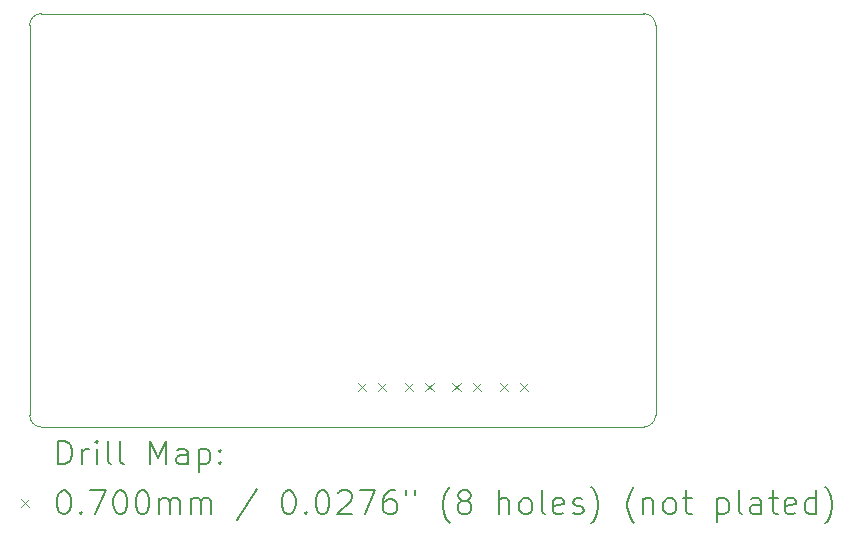
<source format=gbr>
%TF.GenerationSoftware,KiCad,Pcbnew,7.0.1*%
%TF.CreationDate,2023-04-06T23:33:11+08:00*%
%TF.ProjectId,Warehouse-on-STM32,57617265-686f-4757-9365-2d6f6e2d5354,rev?*%
%TF.SameCoordinates,Original*%
%TF.FileFunction,Drillmap*%
%TF.FilePolarity,Positive*%
%FSLAX45Y45*%
G04 Gerber Fmt 4.5, Leading zero omitted, Abs format (unit mm)*
G04 Created by KiCad (PCBNEW 7.0.1) date 2023-04-06 23:33:11*
%MOMM*%
%LPD*%
G01*
G04 APERTURE LIST*
%ADD10C,0.100000*%
%ADD11C,0.200000*%
%ADD12C,0.070000*%
G04 APERTURE END LIST*
D10*
X15200000Y-13500000D02*
G75*
G03*
X15300000Y-13400000I0J100000D01*
G01*
X10000000Y-10100000D02*
X10000000Y-13400000D01*
X10000000Y-13400000D02*
G75*
G03*
X10100000Y-13500000I100000J0D01*
G01*
X15300000Y-10100000D02*
G75*
G03*
X15200000Y-10000000I-100000J0D01*
G01*
X10100000Y-10000000D02*
G75*
G03*
X10000000Y-10100000I0J-100000D01*
G01*
X15200000Y-10000000D02*
X10100000Y-10000000D01*
X10100000Y-13500000D02*
X15200000Y-13500000D01*
X15300000Y-13400000D02*
X15300000Y-10100000D01*
D11*
D12*
X12780000Y-13125000D02*
X12850000Y-13195000D01*
X12850000Y-13125000D02*
X12780000Y-13195000D01*
X12950000Y-13125000D02*
X13020000Y-13195000D01*
X13020000Y-13125000D02*
X12950000Y-13195000D01*
X13180000Y-13125000D02*
X13250000Y-13195000D01*
X13250000Y-13125000D02*
X13180000Y-13195000D01*
X13350000Y-13125000D02*
X13420000Y-13195000D01*
X13420000Y-13125000D02*
X13350000Y-13195000D01*
X13580000Y-13125000D02*
X13650000Y-13195000D01*
X13650000Y-13125000D02*
X13580000Y-13195000D01*
X13750000Y-13125000D02*
X13820000Y-13195000D01*
X13820000Y-13125000D02*
X13750000Y-13195000D01*
X13980000Y-13125000D02*
X14050000Y-13195000D01*
X14050000Y-13125000D02*
X13980000Y-13195000D01*
X14150000Y-13125000D02*
X14220000Y-13195000D01*
X14220000Y-13125000D02*
X14150000Y-13195000D01*
D11*
X10242619Y-13817524D02*
X10242619Y-13617524D01*
X10242619Y-13617524D02*
X10290238Y-13617524D01*
X10290238Y-13617524D02*
X10318810Y-13627048D01*
X10318810Y-13627048D02*
X10337857Y-13646095D01*
X10337857Y-13646095D02*
X10347381Y-13665143D01*
X10347381Y-13665143D02*
X10356905Y-13703238D01*
X10356905Y-13703238D02*
X10356905Y-13731809D01*
X10356905Y-13731809D02*
X10347381Y-13769905D01*
X10347381Y-13769905D02*
X10337857Y-13788952D01*
X10337857Y-13788952D02*
X10318810Y-13808000D01*
X10318810Y-13808000D02*
X10290238Y-13817524D01*
X10290238Y-13817524D02*
X10242619Y-13817524D01*
X10442619Y-13817524D02*
X10442619Y-13684190D01*
X10442619Y-13722286D02*
X10452143Y-13703238D01*
X10452143Y-13703238D02*
X10461667Y-13693714D01*
X10461667Y-13693714D02*
X10480714Y-13684190D01*
X10480714Y-13684190D02*
X10499762Y-13684190D01*
X10566429Y-13817524D02*
X10566429Y-13684190D01*
X10566429Y-13617524D02*
X10556905Y-13627048D01*
X10556905Y-13627048D02*
X10566429Y-13636571D01*
X10566429Y-13636571D02*
X10575952Y-13627048D01*
X10575952Y-13627048D02*
X10566429Y-13617524D01*
X10566429Y-13617524D02*
X10566429Y-13636571D01*
X10690238Y-13817524D02*
X10671190Y-13808000D01*
X10671190Y-13808000D02*
X10661667Y-13788952D01*
X10661667Y-13788952D02*
X10661667Y-13617524D01*
X10795000Y-13817524D02*
X10775952Y-13808000D01*
X10775952Y-13808000D02*
X10766429Y-13788952D01*
X10766429Y-13788952D02*
X10766429Y-13617524D01*
X11023571Y-13817524D02*
X11023571Y-13617524D01*
X11023571Y-13617524D02*
X11090238Y-13760381D01*
X11090238Y-13760381D02*
X11156905Y-13617524D01*
X11156905Y-13617524D02*
X11156905Y-13817524D01*
X11337857Y-13817524D02*
X11337857Y-13712762D01*
X11337857Y-13712762D02*
X11328333Y-13693714D01*
X11328333Y-13693714D02*
X11309286Y-13684190D01*
X11309286Y-13684190D02*
X11271190Y-13684190D01*
X11271190Y-13684190D02*
X11252143Y-13693714D01*
X11337857Y-13808000D02*
X11318809Y-13817524D01*
X11318809Y-13817524D02*
X11271190Y-13817524D01*
X11271190Y-13817524D02*
X11252143Y-13808000D01*
X11252143Y-13808000D02*
X11242619Y-13788952D01*
X11242619Y-13788952D02*
X11242619Y-13769905D01*
X11242619Y-13769905D02*
X11252143Y-13750857D01*
X11252143Y-13750857D02*
X11271190Y-13741333D01*
X11271190Y-13741333D02*
X11318809Y-13741333D01*
X11318809Y-13741333D02*
X11337857Y-13731809D01*
X11433095Y-13684190D02*
X11433095Y-13884190D01*
X11433095Y-13693714D02*
X11452143Y-13684190D01*
X11452143Y-13684190D02*
X11490238Y-13684190D01*
X11490238Y-13684190D02*
X11509286Y-13693714D01*
X11509286Y-13693714D02*
X11518809Y-13703238D01*
X11518809Y-13703238D02*
X11528333Y-13722286D01*
X11528333Y-13722286D02*
X11528333Y-13779428D01*
X11528333Y-13779428D02*
X11518809Y-13798476D01*
X11518809Y-13798476D02*
X11509286Y-13808000D01*
X11509286Y-13808000D02*
X11490238Y-13817524D01*
X11490238Y-13817524D02*
X11452143Y-13817524D01*
X11452143Y-13817524D02*
X11433095Y-13808000D01*
X11614048Y-13798476D02*
X11623571Y-13808000D01*
X11623571Y-13808000D02*
X11614048Y-13817524D01*
X11614048Y-13817524D02*
X11604524Y-13808000D01*
X11604524Y-13808000D02*
X11614048Y-13798476D01*
X11614048Y-13798476D02*
X11614048Y-13817524D01*
X11614048Y-13693714D02*
X11623571Y-13703238D01*
X11623571Y-13703238D02*
X11614048Y-13712762D01*
X11614048Y-13712762D02*
X11604524Y-13703238D01*
X11604524Y-13703238D02*
X11614048Y-13693714D01*
X11614048Y-13693714D02*
X11614048Y-13712762D01*
D12*
X9925000Y-14110000D02*
X9995000Y-14180000D01*
X9995000Y-14110000D02*
X9925000Y-14180000D01*
D11*
X10280714Y-14037524D02*
X10299762Y-14037524D01*
X10299762Y-14037524D02*
X10318810Y-14047048D01*
X10318810Y-14047048D02*
X10328333Y-14056571D01*
X10328333Y-14056571D02*
X10337857Y-14075619D01*
X10337857Y-14075619D02*
X10347381Y-14113714D01*
X10347381Y-14113714D02*
X10347381Y-14161333D01*
X10347381Y-14161333D02*
X10337857Y-14199428D01*
X10337857Y-14199428D02*
X10328333Y-14218476D01*
X10328333Y-14218476D02*
X10318810Y-14228000D01*
X10318810Y-14228000D02*
X10299762Y-14237524D01*
X10299762Y-14237524D02*
X10280714Y-14237524D01*
X10280714Y-14237524D02*
X10261667Y-14228000D01*
X10261667Y-14228000D02*
X10252143Y-14218476D01*
X10252143Y-14218476D02*
X10242619Y-14199428D01*
X10242619Y-14199428D02*
X10233095Y-14161333D01*
X10233095Y-14161333D02*
X10233095Y-14113714D01*
X10233095Y-14113714D02*
X10242619Y-14075619D01*
X10242619Y-14075619D02*
X10252143Y-14056571D01*
X10252143Y-14056571D02*
X10261667Y-14047048D01*
X10261667Y-14047048D02*
X10280714Y-14037524D01*
X10433095Y-14218476D02*
X10442619Y-14228000D01*
X10442619Y-14228000D02*
X10433095Y-14237524D01*
X10433095Y-14237524D02*
X10423571Y-14228000D01*
X10423571Y-14228000D02*
X10433095Y-14218476D01*
X10433095Y-14218476D02*
X10433095Y-14237524D01*
X10509286Y-14037524D02*
X10642619Y-14037524D01*
X10642619Y-14037524D02*
X10556905Y-14237524D01*
X10756905Y-14037524D02*
X10775952Y-14037524D01*
X10775952Y-14037524D02*
X10795000Y-14047048D01*
X10795000Y-14047048D02*
X10804524Y-14056571D01*
X10804524Y-14056571D02*
X10814048Y-14075619D01*
X10814048Y-14075619D02*
X10823571Y-14113714D01*
X10823571Y-14113714D02*
X10823571Y-14161333D01*
X10823571Y-14161333D02*
X10814048Y-14199428D01*
X10814048Y-14199428D02*
X10804524Y-14218476D01*
X10804524Y-14218476D02*
X10795000Y-14228000D01*
X10795000Y-14228000D02*
X10775952Y-14237524D01*
X10775952Y-14237524D02*
X10756905Y-14237524D01*
X10756905Y-14237524D02*
X10737857Y-14228000D01*
X10737857Y-14228000D02*
X10728333Y-14218476D01*
X10728333Y-14218476D02*
X10718810Y-14199428D01*
X10718810Y-14199428D02*
X10709286Y-14161333D01*
X10709286Y-14161333D02*
X10709286Y-14113714D01*
X10709286Y-14113714D02*
X10718810Y-14075619D01*
X10718810Y-14075619D02*
X10728333Y-14056571D01*
X10728333Y-14056571D02*
X10737857Y-14047048D01*
X10737857Y-14047048D02*
X10756905Y-14037524D01*
X10947381Y-14037524D02*
X10966429Y-14037524D01*
X10966429Y-14037524D02*
X10985476Y-14047048D01*
X10985476Y-14047048D02*
X10995000Y-14056571D01*
X10995000Y-14056571D02*
X11004524Y-14075619D01*
X11004524Y-14075619D02*
X11014048Y-14113714D01*
X11014048Y-14113714D02*
X11014048Y-14161333D01*
X11014048Y-14161333D02*
X11004524Y-14199428D01*
X11004524Y-14199428D02*
X10995000Y-14218476D01*
X10995000Y-14218476D02*
X10985476Y-14228000D01*
X10985476Y-14228000D02*
X10966429Y-14237524D01*
X10966429Y-14237524D02*
X10947381Y-14237524D01*
X10947381Y-14237524D02*
X10928333Y-14228000D01*
X10928333Y-14228000D02*
X10918810Y-14218476D01*
X10918810Y-14218476D02*
X10909286Y-14199428D01*
X10909286Y-14199428D02*
X10899762Y-14161333D01*
X10899762Y-14161333D02*
X10899762Y-14113714D01*
X10899762Y-14113714D02*
X10909286Y-14075619D01*
X10909286Y-14075619D02*
X10918810Y-14056571D01*
X10918810Y-14056571D02*
X10928333Y-14047048D01*
X10928333Y-14047048D02*
X10947381Y-14037524D01*
X11099762Y-14237524D02*
X11099762Y-14104190D01*
X11099762Y-14123238D02*
X11109286Y-14113714D01*
X11109286Y-14113714D02*
X11128333Y-14104190D01*
X11128333Y-14104190D02*
X11156905Y-14104190D01*
X11156905Y-14104190D02*
X11175952Y-14113714D01*
X11175952Y-14113714D02*
X11185476Y-14132762D01*
X11185476Y-14132762D02*
X11185476Y-14237524D01*
X11185476Y-14132762D02*
X11195000Y-14113714D01*
X11195000Y-14113714D02*
X11214048Y-14104190D01*
X11214048Y-14104190D02*
X11242619Y-14104190D01*
X11242619Y-14104190D02*
X11261667Y-14113714D01*
X11261667Y-14113714D02*
X11271190Y-14132762D01*
X11271190Y-14132762D02*
X11271190Y-14237524D01*
X11366429Y-14237524D02*
X11366429Y-14104190D01*
X11366429Y-14123238D02*
X11375952Y-14113714D01*
X11375952Y-14113714D02*
X11395000Y-14104190D01*
X11395000Y-14104190D02*
X11423571Y-14104190D01*
X11423571Y-14104190D02*
X11442619Y-14113714D01*
X11442619Y-14113714D02*
X11452143Y-14132762D01*
X11452143Y-14132762D02*
X11452143Y-14237524D01*
X11452143Y-14132762D02*
X11461667Y-14113714D01*
X11461667Y-14113714D02*
X11480714Y-14104190D01*
X11480714Y-14104190D02*
X11509286Y-14104190D01*
X11509286Y-14104190D02*
X11528333Y-14113714D01*
X11528333Y-14113714D02*
X11537857Y-14132762D01*
X11537857Y-14132762D02*
X11537857Y-14237524D01*
X11928333Y-14028000D02*
X11756905Y-14285143D01*
X12185476Y-14037524D02*
X12204524Y-14037524D01*
X12204524Y-14037524D02*
X12223572Y-14047048D01*
X12223572Y-14047048D02*
X12233095Y-14056571D01*
X12233095Y-14056571D02*
X12242619Y-14075619D01*
X12242619Y-14075619D02*
X12252143Y-14113714D01*
X12252143Y-14113714D02*
X12252143Y-14161333D01*
X12252143Y-14161333D02*
X12242619Y-14199428D01*
X12242619Y-14199428D02*
X12233095Y-14218476D01*
X12233095Y-14218476D02*
X12223572Y-14228000D01*
X12223572Y-14228000D02*
X12204524Y-14237524D01*
X12204524Y-14237524D02*
X12185476Y-14237524D01*
X12185476Y-14237524D02*
X12166429Y-14228000D01*
X12166429Y-14228000D02*
X12156905Y-14218476D01*
X12156905Y-14218476D02*
X12147381Y-14199428D01*
X12147381Y-14199428D02*
X12137857Y-14161333D01*
X12137857Y-14161333D02*
X12137857Y-14113714D01*
X12137857Y-14113714D02*
X12147381Y-14075619D01*
X12147381Y-14075619D02*
X12156905Y-14056571D01*
X12156905Y-14056571D02*
X12166429Y-14047048D01*
X12166429Y-14047048D02*
X12185476Y-14037524D01*
X12337857Y-14218476D02*
X12347381Y-14228000D01*
X12347381Y-14228000D02*
X12337857Y-14237524D01*
X12337857Y-14237524D02*
X12328333Y-14228000D01*
X12328333Y-14228000D02*
X12337857Y-14218476D01*
X12337857Y-14218476D02*
X12337857Y-14237524D01*
X12471191Y-14037524D02*
X12490238Y-14037524D01*
X12490238Y-14037524D02*
X12509286Y-14047048D01*
X12509286Y-14047048D02*
X12518810Y-14056571D01*
X12518810Y-14056571D02*
X12528333Y-14075619D01*
X12528333Y-14075619D02*
X12537857Y-14113714D01*
X12537857Y-14113714D02*
X12537857Y-14161333D01*
X12537857Y-14161333D02*
X12528333Y-14199428D01*
X12528333Y-14199428D02*
X12518810Y-14218476D01*
X12518810Y-14218476D02*
X12509286Y-14228000D01*
X12509286Y-14228000D02*
X12490238Y-14237524D01*
X12490238Y-14237524D02*
X12471191Y-14237524D01*
X12471191Y-14237524D02*
X12452143Y-14228000D01*
X12452143Y-14228000D02*
X12442619Y-14218476D01*
X12442619Y-14218476D02*
X12433095Y-14199428D01*
X12433095Y-14199428D02*
X12423572Y-14161333D01*
X12423572Y-14161333D02*
X12423572Y-14113714D01*
X12423572Y-14113714D02*
X12433095Y-14075619D01*
X12433095Y-14075619D02*
X12442619Y-14056571D01*
X12442619Y-14056571D02*
X12452143Y-14047048D01*
X12452143Y-14047048D02*
X12471191Y-14037524D01*
X12614048Y-14056571D02*
X12623572Y-14047048D01*
X12623572Y-14047048D02*
X12642619Y-14037524D01*
X12642619Y-14037524D02*
X12690238Y-14037524D01*
X12690238Y-14037524D02*
X12709286Y-14047048D01*
X12709286Y-14047048D02*
X12718810Y-14056571D01*
X12718810Y-14056571D02*
X12728333Y-14075619D01*
X12728333Y-14075619D02*
X12728333Y-14094667D01*
X12728333Y-14094667D02*
X12718810Y-14123238D01*
X12718810Y-14123238D02*
X12604524Y-14237524D01*
X12604524Y-14237524D02*
X12728333Y-14237524D01*
X12795000Y-14037524D02*
X12928333Y-14037524D01*
X12928333Y-14037524D02*
X12842619Y-14237524D01*
X13090238Y-14037524D02*
X13052143Y-14037524D01*
X13052143Y-14037524D02*
X13033095Y-14047048D01*
X13033095Y-14047048D02*
X13023572Y-14056571D01*
X13023572Y-14056571D02*
X13004524Y-14085143D01*
X13004524Y-14085143D02*
X12995000Y-14123238D01*
X12995000Y-14123238D02*
X12995000Y-14199428D01*
X12995000Y-14199428D02*
X13004524Y-14218476D01*
X13004524Y-14218476D02*
X13014048Y-14228000D01*
X13014048Y-14228000D02*
X13033095Y-14237524D01*
X13033095Y-14237524D02*
X13071191Y-14237524D01*
X13071191Y-14237524D02*
X13090238Y-14228000D01*
X13090238Y-14228000D02*
X13099762Y-14218476D01*
X13099762Y-14218476D02*
X13109286Y-14199428D01*
X13109286Y-14199428D02*
X13109286Y-14151809D01*
X13109286Y-14151809D02*
X13099762Y-14132762D01*
X13099762Y-14132762D02*
X13090238Y-14123238D01*
X13090238Y-14123238D02*
X13071191Y-14113714D01*
X13071191Y-14113714D02*
X13033095Y-14113714D01*
X13033095Y-14113714D02*
X13014048Y-14123238D01*
X13014048Y-14123238D02*
X13004524Y-14132762D01*
X13004524Y-14132762D02*
X12995000Y-14151809D01*
X13185476Y-14037524D02*
X13185476Y-14075619D01*
X13261667Y-14037524D02*
X13261667Y-14075619D01*
X13556905Y-14313714D02*
X13547381Y-14304190D01*
X13547381Y-14304190D02*
X13528334Y-14275619D01*
X13528334Y-14275619D02*
X13518810Y-14256571D01*
X13518810Y-14256571D02*
X13509286Y-14228000D01*
X13509286Y-14228000D02*
X13499762Y-14180381D01*
X13499762Y-14180381D02*
X13499762Y-14142286D01*
X13499762Y-14142286D02*
X13509286Y-14094667D01*
X13509286Y-14094667D02*
X13518810Y-14066095D01*
X13518810Y-14066095D02*
X13528334Y-14047048D01*
X13528334Y-14047048D02*
X13547381Y-14018476D01*
X13547381Y-14018476D02*
X13556905Y-14008952D01*
X13661667Y-14123238D02*
X13642619Y-14113714D01*
X13642619Y-14113714D02*
X13633095Y-14104190D01*
X13633095Y-14104190D02*
X13623572Y-14085143D01*
X13623572Y-14085143D02*
X13623572Y-14075619D01*
X13623572Y-14075619D02*
X13633095Y-14056571D01*
X13633095Y-14056571D02*
X13642619Y-14047048D01*
X13642619Y-14047048D02*
X13661667Y-14037524D01*
X13661667Y-14037524D02*
X13699762Y-14037524D01*
X13699762Y-14037524D02*
X13718810Y-14047048D01*
X13718810Y-14047048D02*
X13728334Y-14056571D01*
X13728334Y-14056571D02*
X13737857Y-14075619D01*
X13737857Y-14075619D02*
X13737857Y-14085143D01*
X13737857Y-14085143D02*
X13728334Y-14104190D01*
X13728334Y-14104190D02*
X13718810Y-14113714D01*
X13718810Y-14113714D02*
X13699762Y-14123238D01*
X13699762Y-14123238D02*
X13661667Y-14123238D01*
X13661667Y-14123238D02*
X13642619Y-14132762D01*
X13642619Y-14132762D02*
X13633095Y-14142286D01*
X13633095Y-14142286D02*
X13623572Y-14161333D01*
X13623572Y-14161333D02*
X13623572Y-14199428D01*
X13623572Y-14199428D02*
X13633095Y-14218476D01*
X13633095Y-14218476D02*
X13642619Y-14228000D01*
X13642619Y-14228000D02*
X13661667Y-14237524D01*
X13661667Y-14237524D02*
X13699762Y-14237524D01*
X13699762Y-14237524D02*
X13718810Y-14228000D01*
X13718810Y-14228000D02*
X13728334Y-14218476D01*
X13728334Y-14218476D02*
X13737857Y-14199428D01*
X13737857Y-14199428D02*
X13737857Y-14161333D01*
X13737857Y-14161333D02*
X13728334Y-14142286D01*
X13728334Y-14142286D02*
X13718810Y-14132762D01*
X13718810Y-14132762D02*
X13699762Y-14123238D01*
X13975953Y-14237524D02*
X13975953Y-14037524D01*
X14061667Y-14237524D02*
X14061667Y-14132762D01*
X14061667Y-14132762D02*
X14052143Y-14113714D01*
X14052143Y-14113714D02*
X14033096Y-14104190D01*
X14033096Y-14104190D02*
X14004524Y-14104190D01*
X14004524Y-14104190D02*
X13985476Y-14113714D01*
X13985476Y-14113714D02*
X13975953Y-14123238D01*
X14185476Y-14237524D02*
X14166429Y-14228000D01*
X14166429Y-14228000D02*
X14156905Y-14218476D01*
X14156905Y-14218476D02*
X14147381Y-14199428D01*
X14147381Y-14199428D02*
X14147381Y-14142286D01*
X14147381Y-14142286D02*
X14156905Y-14123238D01*
X14156905Y-14123238D02*
X14166429Y-14113714D01*
X14166429Y-14113714D02*
X14185476Y-14104190D01*
X14185476Y-14104190D02*
X14214048Y-14104190D01*
X14214048Y-14104190D02*
X14233096Y-14113714D01*
X14233096Y-14113714D02*
X14242619Y-14123238D01*
X14242619Y-14123238D02*
X14252143Y-14142286D01*
X14252143Y-14142286D02*
X14252143Y-14199428D01*
X14252143Y-14199428D02*
X14242619Y-14218476D01*
X14242619Y-14218476D02*
X14233096Y-14228000D01*
X14233096Y-14228000D02*
X14214048Y-14237524D01*
X14214048Y-14237524D02*
X14185476Y-14237524D01*
X14366429Y-14237524D02*
X14347381Y-14228000D01*
X14347381Y-14228000D02*
X14337857Y-14208952D01*
X14337857Y-14208952D02*
X14337857Y-14037524D01*
X14518810Y-14228000D02*
X14499762Y-14237524D01*
X14499762Y-14237524D02*
X14461667Y-14237524D01*
X14461667Y-14237524D02*
X14442619Y-14228000D01*
X14442619Y-14228000D02*
X14433096Y-14208952D01*
X14433096Y-14208952D02*
X14433096Y-14132762D01*
X14433096Y-14132762D02*
X14442619Y-14113714D01*
X14442619Y-14113714D02*
X14461667Y-14104190D01*
X14461667Y-14104190D02*
X14499762Y-14104190D01*
X14499762Y-14104190D02*
X14518810Y-14113714D01*
X14518810Y-14113714D02*
X14528334Y-14132762D01*
X14528334Y-14132762D02*
X14528334Y-14151809D01*
X14528334Y-14151809D02*
X14433096Y-14170857D01*
X14604524Y-14228000D02*
X14623572Y-14237524D01*
X14623572Y-14237524D02*
X14661667Y-14237524D01*
X14661667Y-14237524D02*
X14680715Y-14228000D01*
X14680715Y-14228000D02*
X14690238Y-14208952D01*
X14690238Y-14208952D02*
X14690238Y-14199428D01*
X14690238Y-14199428D02*
X14680715Y-14180381D01*
X14680715Y-14180381D02*
X14661667Y-14170857D01*
X14661667Y-14170857D02*
X14633096Y-14170857D01*
X14633096Y-14170857D02*
X14614048Y-14161333D01*
X14614048Y-14161333D02*
X14604524Y-14142286D01*
X14604524Y-14142286D02*
X14604524Y-14132762D01*
X14604524Y-14132762D02*
X14614048Y-14113714D01*
X14614048Y-14113714D02*
X14633096Y-14104190D01*
X14633096Y-14104190D02*
X14661667Y-14104190D01*
X14661667Y-14104190D02*
X14680715Y-14113714D01*
X14756905Y-14313714D02*
X14766429Y-14304190D01*
X14766429Y-14304190D02*
X14785477Y-14275619D01*
X14785477Y-14275619D02*
X14795000Y-14256571D01*
X14795000Y-14256571D02*
X14804524Y-14228000D01*
X14804524Y-14228000D02*
X14814048Y-14180381D01*
X14814048Y-14180381D02*
X14814048Y-14142286D01*
X14814048Y-14142286D02*
X14804524Y-14094667D01*
X14804524Y-14094667D02*
X14795000Y-14066095D01*
X14795000Y-14066095D02*
X14785477Y-14047048D01*
X14785477Y-14047048D02*
X14766429Y-14018476D01*
X14766429Y-14018476D02*
X14756905Y-14008952D01*
X15118810Y-14313714D02*
X15109286Y-14304190D01*
X15109286Y-14304190D02*
X15090238Y-14275619D01*
X15090238Y-14275619D02*
X15080715Y-14256571D01*
X15080715Y-14256571D02*
X15071191Y-14228000D01*
X15071191Y-14228000D02*
X15061667Y-14180381D01*
X15061667Y-14180381D02*
X15061667Y-14142286D01*
X15061667Y-14142286D02*
X15071191Y-14094667D01*
X15071191Y-14094667D02*
X15080715Y-14066095D01*
X15080715Y-14066095D02*
X15090238Y-14047048D01*
X15090238Y-14047048D02*
X15109286Y-14018476D01*
X15109286Y-14018476D02*
X15118810Y-14008952D01*
X15195000Y-14104190D02*
X15195000Y-14237524D01*
X15195000Y-14123238D02*
X15204524Y-14113714D01*
X15204524Y-14113714D02*
X15223572Y-14104190D01*
X15223572Y-14104190D02*
X15252143Y-14104190D01*
X15252143Y-14104190D02*
X15271191Y-14113714D01*
X15271191Y-14113714D02*
X15280715Y-14132762D01*
X15280715Y-14132762D02*
X15280715Y-14237524D01*
X15404524Y-14237524D02*
X15385477Y-14228000D01*
X15385477Y-14228000D02*
X15375953Y-14218476D01*
X15375953Y-14218476D02*
X15366429Y-14199428D01*
X15366429Y-14199428D02*
X15366429Y-14142286D01*
X15366429Y-14142286D02*
X15375953Y-14123238D01*
X15375953Y-14123238D02*
X15385477Y-14113714D01*
X15385477Y-14113714D02*
X15404524Y-14104190D01*
X15404524Y-14104190D02*
X15433096Y-14104190D01*
X15433096Y-14104190D02*
X15452143Y-14113714D01*
X15452143Y-14113714D02*
X15461667Y-14123238D01*
X15461667Y-14123238D02*
X15471191Y-14142286D01*
X15471191Y-14142286D02*
X15471191Y-14199428D01*
X15471191Y-14199428D02*
X15461667Y-14218476D01*
X15461667Y-14218476D02*
X15452143Y-14228000D01*
X15452143Y-14228000D02*
X15433096Y-14237524D01*
X15433096Y-14237524D02*
X15404524Y-14237524D01*
X15528334Y-14104190D02*
X15604524Y-14104190D01*
X15556905Y-14037524D02*
X15556905Y-14208952D01*
X15556905Y-14208952D02*
X15566429Y-14228000D01*
X15566429Y-14228000D02*
X15585477Y-14237524D01*
X15585477Y-14237524D02*
X15604524Y-14237524D01*
X15823572Y-14104190D02*
X15823572Y-14304190D01*
X15823572Y-14113714D02*
X15842619Y-14104190D01*
X15842619Y-14104190D02*
X15880715Y-14104190D01*
X15880715Y-14104190D02*
X15899762Y-14113714D01*
X15899762Y-14113714D02*
X15909286Y-14123238D01*
X15909286Y-14123238D02*
X15918810Y-14142286D01*
X15918810Y-14142286D02*
X15918810Y-14199428D01*
X15918810Y-14199428D02*
X15909286Y-14218476D01*
X15909286Y-14218476D02*
X15899762Y-14228000D01*
X15899762Y-14228000D02*
X15880715Y-14237524D01*
X15880715Y-14237524D02*
X15842619Y-14237524D01*
X15842619Y-14237524D02*
X15823572Y-14228000D01*
X16033096Y-14237524D02*
X16014048Y-14228000D01*
X16014048Y-14228000D02*
X16004524Y-14208952D01*
X16004524Y-14208952D02*
X16004524Y-14037524D01*
X16195000Y-14237524D02*
X16195000Y-14132762D01*
X16195000Y-14132762D02*
X16185477Y-14113714D01*
X16185477Y-14113714D02*
X16166429Y-14104190D01*
X16166429Y-14104190D02*
X16128334Y-14104190D01*
X16128334Y-14104190D02*
X16109286Y-14113714D01*
X16195000Y-14228000D02*
X16175953Y-14237524D01*
X16175953Y-14237524D02*
X16128334Y-14237524D01*
X16128334Y-14237524D02*
X16109286Y-14228000D01*
X16109286Y-14228000D02*
X16099762Y-14208952D01*
X16099762Y-14208952D02*
X16099762Y-14189905D01*
X16099762Y-14189905D02*
X16109286Y-14170857D01*
X16109286Y-14170857D02*
X16128334Y-14161333D01*
X16128334Y-14161333D02*
X16175953Y-14161333D01*
X16175953Y-14161333D02*
X16195000Y-14151809D01*
X16261667Y-14104190D02*
X16337858Y-14104190D01*
X16290239Y-14037524D02*
X16290239Y-14208952D01*
X16290239Y-14208952D02*
X16299762Y-14228000D01*
X16299762Y-14228000D02*
X16318810Y-14237524D01*
X16318810Y-14237524D02*
X16337858Y-14237524D01*
X16480715Y-14228000D02*
X16461667Y-14237524D01*
X16461667Y-14237524D02*
X16423572Y-14237524D01*
X16423572Y-14237524D02*
X16404524Y-14228000D01*
X16404524Y-14228000D02*
X16395000Y-14208952D01*
X16395000Y-14208952D02*
X16395000Y-14132762D01*
X16395000Y-14132762D02*
X16404524Y-14113714D01*
X16404524Y-14113714D02*
X16423572Y-14104190D01*
X16423572Y-14104190D02*
X16461667Y-14104190D01*
X16461667Y-14104190D02*
X16480715Y-14113714D01*
X16480715Y-14113714D02*
X16490239Y-14132762D01*
X16490239Y-14132762D02*
X16490239Y-14151809D01*
X16490239Y-14151809D02*
X16395000Y-14170857D01*
X16661667Y-14237524D02*
X16661667Y-14037524D01*
X16661667Y-14228000D02*
X16642620Y-14237524D01*
X16642620Y-14237524D02*
X16604524Y-14237524D01*
X16604524Y-14237524D02*
X16585477Y-14228000D01*
X16585477Y-14228000D02*
X16575953Y-14218476D01*
X16575953Y-14218476D02*
X16566429Y-14199428D01*
X16566429Y-14199428D02*
X16566429Y-14142286D01*
X16566429Y-14142286D02*
X16575953Y-14123238D01*
X16575953Y-14123238D02*
X16585477Y-14113714D01*
X16585477Y-14113714D02*
X16604524Y-14104190D01*
X16604524Y-14104190D02*
X16642620Y-14104190D01*
X16642620Y-14104190D02*
X16661667Y-14113714D01*
X16737858Y-14313714D02*
X16747381Y-14304190D01*
X16747381Y-14304190D02*
X16766429Y-14275619D01*
X16766429Y-14275619D02*
X16775953Y-14256571D01*
X16775953Y-14256571D02*
X16785477Y-14228000D01*
X16785477Y-14228000D02*
X16795001Y-14180381D01*
X16795001Y-14180381D02*
X16795001Y-14142286D01*
X16795001Y-14142286D02*
X16785477Y-14094667D01*
X16785477Y-14094667D02*
X16775953Y-14066095D01*
X16775953Y-14066095D02*
X16766429Y-14047048D01*
X16766429Y-14047048D02*
X16747381Y-14018476D01*
X16747381Y-14018476D02*
X16737858Y-14008952D01*
M02*

</source>
